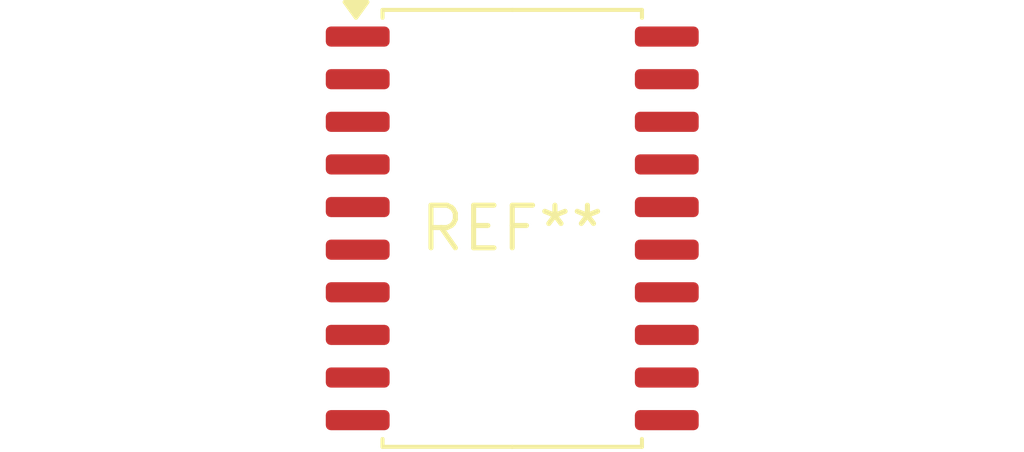
<source format=kicad_pcb>
(kicad_pcb (version 20240108) (generator pcbnew)
  (layers (0 "F.Cu" signal) (31 "B.Cu" signal) (34 "B.Paste" user) (35 "F.Paste" user) (36 "B.SilkS" user "B.Silkscreen") (37 "F.SilkS" user "F.Silkscreen") (38 "B.Mask" user) (39 "F.Mask" user) (44 "Edge.Cuts" user))
  (net 0 "")
  (footprint "SOP-20_7.5x12.8mm_P1.27mm" (layer "F.Cu") (at 0 0)
    (property "Reference" "REF**")
    (property "Value" "SOP-20_7.5x12.8mm_P1.27mm")
    (fp_line (start -3.86 -6.51) (end -3.86 -6.275) (layer "F.SilkS") (stroke (width 0.12)))
    (fp_line (start -3.86 6.51) (end -3.86 6.275) (layer "F.SilkS") (stroke (width 0.12)))
    (fp_line (start 0 -6.51) (end -3.86 -6.51) (layer "F.SilkS") (stroke (width 0.12)))
    (fp_line (start 0 -6.51) (end 3.86 -6.51) (layer "F.SilkS") (stroke (width 0.12)))
    (fp_line (start 0 6.51) (end -3.86 6.51) (layer "F.SilkS") (stroke (width 0.12)))
    (fp_line (start 0 6.51) (end 3.86 6.51) (layer "F.SilkS") (stroke (width 0.12)))
    (fp_line (start 3.86 -6.51) (end 3.86 -6.275) (layer "F.SilkS") (stroke (width 0.12)))
    (fp_line (start 3.86 6.51) (end 3.86 6.275) (layer "F.SilkS") (stroke (width 0.12)))
    (fp_poly (pts (xy -4.65 -6.275) (xy -4.99 -6.745) (xy -4.31 -6.745) (xy -4.65 -6.275)) (layer "F.SilkS") (stroke (width 0.12)) (fill solid))
    (pad "1" smd roundrect (at -4.6 -5.715) (size 1.9 0.6) (layers "F.Cu" "F.Paste" "F.Mask"))
    (pad "2" smd roundrect (at -4.6 -4.445) (size 1.9 0.6) (layers "F.Cu" "F.Paste" "F.Mask"))
    (pad "3" smd roundrect (at -4.6 -3.175) (size 1.9 0.6) (layers "F.Cu" "F.Paste" "F.Mask"))
    (pad "4" smd roundrect (at -4.6 -1.905) (size 1.9 0.6) (layers "F.Cu" "F.Paste" "F.Mask"))
    (pad "5" smd roundrect (at -4.6 -0.635) (size 1.9 0.6) (layers "F.Cu" "F.Paste" "F.Mask"))
    (pad "6" smd roundrect (at -4.6 0.635) (size 1.9 0.6) (layers "F.Cu" "F.Paste" "F.Mask"))
    (pad "7" smd roundrect (at -4.6 1.905) (size 1.9 0.6) (layers "F.Cu" "F.Paste" "F.Mask"))
    (pad "8" smd roundrect (at -4.6 3.175) (size 1.9 0.6) (layers "F.Cu" "F.Paste" "F.Mask"))
    (pad "9" smd roundrect (at -4.6 4.445) (size 1.9 0.6) (layers "F.Cu" "F.Paste" "F.Mask"))
    (pad "10" smd roundrect (at -4.6 5.715) (size 1.9 0.6) (layers "F.Cu" "F.Paste" "F.Mask"))
    (pad "11" smd roundrect (at 4.6 5.715) (size 1.9 0.6) (layers "F.Cu" "F.Paste" "F.Mask"))
    (pad "12" smd roundrect (at 4.6 4.445) (size 1.9 0.6) (layers "F.Cu" "F.Paste" "F.Mask"))
    (pad "13" smd roundrect (at 4.6 3.175) (size 1.9 0.6) (layers "F.Cu" "F.Paste" "F.Mask"))
    (pad "14" smd roundrect (at 4.6 1.905) (size 1.9 0.6) (layers "F.Cu" "F.Paste" "F.Mask"))
    (pad "15" smd roundrect (at 4.6 0.635) (size 1.9 0.6) (layers "F.Cu" "F.Paste" "F.Mask"))
    (pad "16" smd roundrect (at 4.6 -0.635) (size 1.9 0.6) (layers "F.Cu" "F.Paste" "F.Mask"))
    (pad "17" smd roundrect (at 4.6 -1.905) (size 1.9 0.6) (layers "F.Cu" "F.Paste" "F.Mask"))
    (pad "18" smd roundrect (at 4.6 -3.175) (size 1.9 0.6) (layers "F.Cu" "F.Paste" "F.Mask"))
    (pad "19" smd roundrect (at 4.6 -4.445) (size 1.9 0.6) (layers "F.Cu" "F.Paste" "F.Mask"))
    (pad "20" smd roundrect (at 4.6 -5.715) (size 1.9 0.6) (layers "F.Cu" "F.Paste" "F.Mask"))
  )
)
</source>
